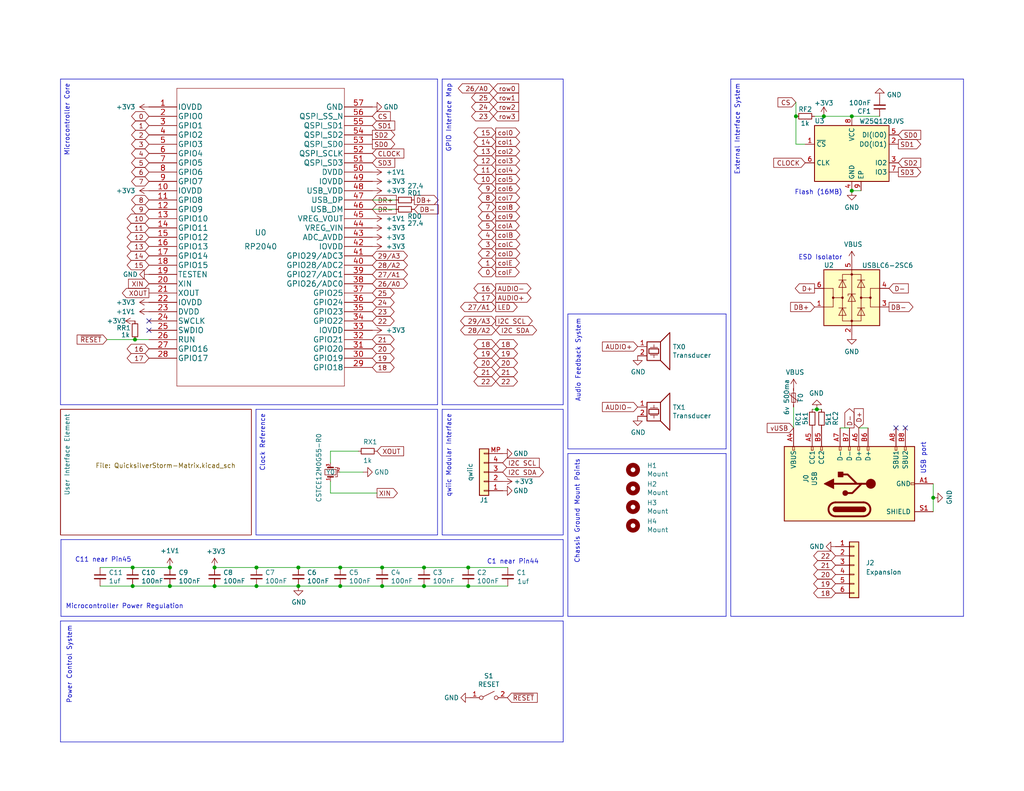
<source format=kicad_sch>
(kicad_sch (version 20230121) (generator eeschema)
  (paper "USLetter")
  (title_block (title "Hard Light") (date "2022-05-20") (rev "Mark 7") (company "Everywhere Defense Industries") (comment 1 "RP2040 main core"))
  (lib_symbols
    (symbol "+3V3_1" (power) (pin_names (offset 0))
      (property "Value" "+3V3_1" (at 0 3.556 0))
      (symbol "+3V3_1_1_1"
        (pin power_in line (at 0 0 90) (length 0) hide (name "+3V3") (number "1"))
      )
    )
    (symbol "Connector_Generic:Conn_01x05" (pin_names (offset 1.016) hide)
      (property "Reference" "J1" (at 0 7.62 0))
      (property "Value" "qwiic" (at -2.54 1.27 90))
      (symbol "Conn_01x05_1_1"
        (pin passive line (at -5.08 5.08 0) (length 3.81) (name "Pin_1") (number "1"))
        (pin passive line (at -5.08 2.54 0) (length 3.81) (name "Pin_2") (number "2"))
        (pin passive line (at -5.08 0 0) (length 3.81) (name "Pin_3") (number "3"))
        (pin passive line (at -5.08 -2.54 0) (length 3.81) (name "Pin_4") (number "4"))
        (pin passive line (at -5.08 -5.08 0) (length 3.81) (name "MP") (number "MP"))
      )
    )
    (symbol "Connector_Generic:Conn_01x06" (pin_names (offset 1.016) hide)
      (property "Reference" "J" (at 0 7.62 0))
      (property "Value" "Conn_01x06" (at 0 -10.16 0))
      (symbol "Conn_01x06_1_1"
        (pin passive line (at -5.08 5.08 0) (length 3.81) (name "Pin_1") (number "1"))
        (pin passive line (at -5.08 2.54 0) (length 3.81) (name "Pin_2") (number "2"))
        (pin passive line (at -5.08 0 0) (length 3.81) (name "Pin_3") (number "3"))
        (pin passive line (at -5.08 -2.54 0) (length 3.81) (name "Pin_4") (number "4"))
        (pin passive line (at -5.08 -5.08 0) (length 3.81) (name "Pin_5") (number "5"))
        (pin passive line (at -5.08 -7.62 0) (length 3.81) (name "Pin_6") (number "6"))
      )
    )
    (symbol "Device:C_Small" (pin_numbers hide) (pin_names (offset 0.254) hide)
      (property "Reference" "C" (at 0.254 1.778 0))
      (property "Value" "Device_C_Small" (at 0.254 -2.032 0))
      (symbol "C_Small_1_1"
        (pin passive line (at 0 2.54 270) (length 2.032) (name "~") (number "1"))
        (pin passive line (at 0 -2.54 90) (length 2.032) (name "~") (number "2"))
      )
    )
    (symbol "Device:Crystal_GND2_Small" (pin_names (offset 1.016) hide)
      (property "Reference" "Y" (at 0 5.08 0))
      (property "Value" "Crystal_GND2_Small" (at 0 3.175 0))
      (symbol "Crystal_GND2_Small_1_1"
        (pin passive line (at -2.54 0 0) (length 1.27) (name "1") (number "1"))
        (pin passive line (at 0 -2.54 90) (length 0.635) (name "2") (number "2"))
        (pin passive line (at 2.54 0 180) (length 1.27) (name "3") (number "3"))
      )
    )
    (symbol "Device:Polyfuse_Small" (pin_numbers hide) (pin_names (offset 0))
      (property "Reference" "F" (at -1.905 0 90))
      (property "Value" "Device_Polyfuse_Small" (at 1.905 0 90))
      (symbol "Polyfuse_Small_1_1"
        (pin passive line (at 0 2.54 270) (length 0.635) (name "~") (number "1"))
        (pin passive line (at 0 -2.54 90) (length 0.635) (name "~") (number "2"))
      )
    )
    (symbol "Device:R_Small" (pin_numbers hide) (pin_names (offset 0.254) hide)
      (property "Reference" "R" (at 0.762 0.508 0))
      (property "Value" "Device_R_Small" (at 0.762 -1.016 0))
      (symbol "R_Small_1_1"
        (pin passive line (at 0 2.54 270) (length 0.762) (name "~") (number "1"))
        (pin passive line (at 0 -2.54 90) (length 0.762) (name "~") (number "2"))
      )
    )
    (symbol "Device:Speaker_Crystal" (pin_names (offset 0) hide)
      (property "Reference" "LS" (at 0.635 5.715 0))
      (property "Value" "Device_Speaker_Crystal" (at 0.635 3.81 0))
      (symbol "Speaker_Crystal_1_1"
        (pin input line (at -5.08 0 0) (length 2.54) (name "1") (number "1"))
        (pin input line (at -5.08 -2.54 0) (length 2.54) (name "2") (number "2"))
      )
    )
    (symbol "GND_1" (power) (pin_names (offset 0))
      (property "Value" "GND_1" (at 0 -3.81 0))
      (symbol "GND_1_1_1"
        (pin power_in line (at 0 0 270) (length 0) hide (name "GND") (number "1"))
      )
    )
    (symbol "HL-Mk2-rescue:USB_C_Receptacle_USB2.0-Connector" (pin_names (offset 1.016))
      (property "Reference" "J" (at -10.16 19.05 0))
      (property "Value" "USB_C_Receptacle_USB2.0-Connector" (at 19.05 19.05 0))
      (symbol "USB_C_Receptacle_USB2.0-Connector_1_1"
        (pin power_in line (at 0 -22.86 90) (length 5.08) (name "GND") (number "A1"))
        (pin passive line (at 0 -22.86 90) (length 5.08) hide (name "GND") (number "A12"))
        (pin power_in line (at 15.24 15.24 180) (length 5.08) (name "VBUS") (number "A4"))
        (pin bidirectional line (at 15.24 10.16 180) (length 5.08) (name "CC1") (number "A5"))
        (pin bidirectional line (at 15.24 -2.54 180) (length 5.08) (name "D+") (number "A6"))
        (pin bidirectional line (at 15.24 2.54 180) (length 5.08) (name "D-") (number "A7"))
        (pin bidirectional line (at 15.24 -12.7 180) (length 5.08) (name "SBU1") (number "A8"))
        (pin passive line (at 15.24 15.24 180) (length 5.08) hide (name "VBUS") (number "A9"))
        (pin passive line (at 0 -22.86 90) (length 5.08) hide (name "GND") (number "B1"))
        (pin passive line (at 0 -22.86 90) (length 5.08) hide (name "GND") (number "B12"))
        (pin passive line (at 15.24 15.24 180) (length 5.08) hide (name "VBUS") (number "B4"))
        (pin bidirectional line (at 15.24 7.62 180) (length 5.08) (name "CC2") (number "B5"))
        (pin bidirectional line (at 15.24 -5.08 180) (length 5.08) (name "D+") (number "B6"))
        (pin bidirectional line (at 15.24 0 180) (length 5.08) (name "D-") (number "B7"))
        (pin bidirectional line (at 15.24 -15.24 180) (length 5.08) (name "SBU2") (number "B8"))
        (pin passive line (at 15.24 15.24 180) (length 5.08) hide (name "VBUS") (number "B9"))
        (pin passive line (at -7.62 -22.86 90) (length 5.08) (name "SHIELD") (number "S1"))
      )
    )
    (symbol "Mechanical:MountingHole" (pin_names (offset 1.016))
      (property "Reference" "H" (at 0 5.08 0))
      (property "Value" "MountingHole" (at 0 3.175 0))
    )
    (symbol "Memory_Flash:W25Q32JVZP"
      (property "Reference" "U" (at -8.89 8.89 0))
      (property "Value" "W25Q32JVZP" (at 7.62 8.89 0))
      (symbol "W25Q32JVZP_1_1"
        (pin input line (at -12.7 2.54 0) (length 2.54) (name "~{CS}") (number "1"))
        (pin bidirectional line (at 12.7 2.54 180) (length 2.54) (name "DO(IO1)") (number "2"))
        (pin bidirectional line (at 12.7 -2.54 180) (length 2.54) (name "IO2") (number "3"))
        (pin power_in line (at 0 -10.16 90) (length 2.54) (name "GND") (number "4"))
        (pin bidirectional line (at 12.7 5.08 180) (length 2.54) (name "DI(IO0)") (number "5"))
        (pin input line (at -12.7 -2.54 0) (length 2.54) (name "CLK") (number "6"))
        (pin bidirectional line (at 12.7 -5.08 180) (length 2.54) (name "IO3") (number "7"))
        (pin power_in line (at 0 10.16 270) (length 2.54) (name "VCC") (number "8"))
        (pin passive line (at 2.54 -10.16 90) (length 2.54) (name "EP") (number "9"))
      )
    )
    (symbol "Power_Protection:USBLC6-2SC6" (pin_names hide)
      (property "Reference" "U" (at 2.54 8.89 0))
      (property "Value" "USBLC6-2SC6" (at 2.54 -8.89 0))
      (symbol "USBLC6-2SC6_1_1"
        (pin passive line (at -10.16 -2.54 0) (length 2.54) (name "I/O1") (number "1"))
        (pin passive line (at 0 -10.16 90) (length 2.54) (name "GND") (number "2"))
        (pin passive line (at 10.16 -2.54 180) (length 2.54) (name "I/O2") (number "3"))
        (pin passive line (at 10.16 2.54 180) (length 2.54) (name "I/O2") (number "4"))
        (pin passive line (at 0 10.16 270) (length 2.54) (name "VBUS") (number "5"))
        (pin passive line (at -10.16 2.54 0) (length 2.54) (name "I/O1") (number "6"))
      )
    )
    (symbol "RP2040:RP2040" (pin_names (offset 0.254))
      (property "Reference" "U" (at 30.48 10.16 0))
      (property "Value" "RP2040" (at 30.48 7.62 0))
      (symbol "RP2040_1_1"
        (pin power_in line (at 0 0 0) (length 7.62) (name "IOVDD") (number "1"))
        (pin power_in line (at 0 -22.86 0) (length 7.62) (name "IOVDD") (number "10"))
        (pin bidirectional line (at 0 -25.4 0) (length 7.62) (name "GPIO8") (number "11"))
        (pin bidirectional line (at 0 -27.94 0) (length 7.62) (name "GPIO9") (number "12"))
        (pin bidirectional line (at 0 -30.48 0) (length 7.62) (name "GPIO10") (number "13"))
        (pin bidirectional line (at 0 -33.02 0) (length 7.62) (name "GPIO11") (number "14"))
        (pin bidirectional line (at 0 -35.56 0) (length 7.62) (name "GPIO12") (number "15"))
        (pin bidirectional line (at 0 -38.1 0) (length 7.62) (name "GPIO13") (number "16"))
        (pin bidirectional line (at 0 -40.64 0) (length 7.62) (name "GPIO14") (number "17"))
        (pin bidirectional line (at 0 -43.18 0) (length 7.62) (name "GPIO15") (number "18"))
        (pin unspecified line (at 0 -45.72 0) (length 7.62) (name "TESTEN") (number "19"))
        (pin bidirectional line (at 0 -2.54 0) (length 7.62) (name "GPIO0") (number "2"))
        (pin unspecified line (at 0 -48.26 0) (length 7.62) (name "XIN") (number "20"))
        (pin output line (at 0 -50.8 0) (length 7.62) (name "XOUT") (number "21"))
        (pin power_in line (at 0 -53.34 0) (length 7.62) (name "IOVDD") (number "22"))
        (pin power_in line (at 0 -55.88 0) (length 7.62) (name "DVDD") (number "23"))
        (pin unspecified line (at 0 -58.42 0) (length 7.62) (name "SWCLK") (number "24"))
        (pin unspecified line (at 0 -60.96 0) (length 7.62) (name "SWDIO") (number "25"))
        (pin unspecified line (at 0 -63.5 0) (length 7.62) (name "RUN") (number "26"))
        (pin bidirectional line (at 0 -66.04 0) (length 7.62) (name "GPIO16") (number "27"))
        (pin bidirectional line (at 0 -68.58 0) (length 7.62) (name "GPIO17") (number "28"))
        (pin bidirectional line (at 60.96 -71.12 180) (length 7.62) (name "GPIO18") (number "29"))
        (pin bidirectional line (at 0 -5.08 0) (length 7.62) (name "GPIO1") (number "3"))
        (pin bidirectional line (at 60.96 -68.58 180) (length 7.62) (name "GPIO19") (number "30"))
        (pin bidirectional line (at 60.96 -66.04 180) (length 7.62) (name "GPIO20") (number "31"))
        (pin bidirectional line (at 60.96 -63.5 180) (length 7.62) (name "GPIO21") (number "32"))
        (pin power_in line (at 60.96 -60.96 180) (length 7.62) (name "IOVDD") (number "33"))
        (pin bidirectional line (at 60.96 -58.42 180) (length 7.62) (name "GPIO22") (number "34"))
        (pin bidirectional line (at 60.96 -55.88 180) (length 7.62) (name "GPIO23") (number "35"))
        (pin bidirectional line (at 60.96 -53.34 180) (length 7.62) (name "GPIO24") (number "36"))
        (pin bidirectional line (at 60.96 -50.8 180) (length 7.62) (name "GPIO25") (number "37"))
        (pin bidirectional line (at 60.96 -48.26 180) (length 7.62) (name "GPIO26/ADC0") (number "38"))
        (pin bidirectional line (at 60.96 -45.72 180) (length 7.62) (name "GPIO27/ADC1") (number "39"))
        (pin bidirectional line (at 0 -7.62 0) (length 7.62) (name "GPIO2") (number "4"))
        (pin bidirectional line (at 60.96 -43.18 180) (length 7.62) (name "GPIO28/ADC2") (number "40"))
        (pin bidirectional line (at 60.96 -40.64 180) (length 7.62) (name "GPIO29/ADC3") (number "41"))
        (pin power_in line (at 60.96 -38.1 180) (length 7.62) (name "IOVDD") (number "42"))
        (pin power_in line (at 60.96 -35.56 180) (length 7.62) (name "ADC_AVDD") (number "43"))
        (pin unspecified line (at 60.96 -33.02 180) (length 7.62) (name "VREG_VIN") (number "44"))
        (pin output line (at 60.96 -30.48 180) (length 7.62) (name "VREG_VOUT") (number "45"))
        (pin unspecified line (at 60.96 -27.94 180) (length 7.62) (name "USB_DM") (number "46"))
        (pin unspecified line (at 60.96 -25.4 180) (length 7.62) (name "USB_DP") (number "47"))
        (pin power_in line (at 60.96 -22.86 180) (length 7.62) (name "USB_VDD") (number "48"))
        (pin power_in line (at 60.96 -20.32 180) (length 7.62) (name "IOVDD") (number "49"))
        (pin bidirectional line (at 0 -10.16 0) (length 7.62) (name "GPIO3") (number "5"))
        (pin power_in line (at 60.96 -17.78 180) (length 7.62) (name "DVDD") (number "50"))
        (pin bidirectional line (at 60.96 -15.24 180) (length 7.62) (name "QSPI_SD3") (number "51"))
        (pin unspecified line (at 60.96 -12.7 180) (length 7.62) (name "QSPI_SCLK") (number "52"))
        (pin bidirectional line (at 60.96 -10.16 180) (length 7.62) (name "QSPI_SD0") (number "53"))
        (pin bidirectional line (at 60.96 -7.62 180) (length 7.62) (name "QSPI_SD2") (number "54"))
        (pin bidirectional line (at 60.96 -5.08 180) (length 7.62) (name "QSPI_SD1") (number "55"))
        (pin unspecified line (at 60.96 -2.54 180) (length 7.62) (name "QSPI_SS_N") (number "56"))
        (pin power_in line (at 60.96 0 180) (length 7.62) (name "GND") (number "57"))
        (pin bidirectional line (at 0 -12.7 0) (length 7.62) (name "GPIO4") (number "6"))
        (pin bidirectional line (at 0 -15.24 0) (length 7.62) (name "GPIO5") (number "7"))
        (pin bidirectional line (at 0 -17.78 0) (length 7.62) (name "GPIO6") (number "8"))
        (pin bidirectional line (at 0 -20.32 0) (length 7.62) (name "GPIO7") (number "9"))
      )
    )
    (symbol "Switch:SW_SPST" (pin_names (offset 0) hide)
      (property "Reference" "SW" (at 0 3.175 0))
      (property "Value" "Switch_SW_SPST" (at 0 -2.54 0))
      (symbol "SW_SPST_1_1"
        (pin passive line (at -5.08 0 0) (length 2.54) (name "A") (number "1"))
        (pin passive line (at 5.08 0 180) (length 2.54) (name "B") (number "2"))
      )
    )
    (symbol "power:+1V1" (power) (pin_names (offset 0))
      (property "Value" "+1V1" (at 0 3.556 0))
      (symbol "+1V1_1_1"
        (pin power_in line (at 0 0 90) (length 0) hide (name "+1V1") (number "1"))
      )
    )
    (symbol "power:+3V3" (power) (pin_names (offset 0))
      (property "Value" "power_+3V3" (at 0 3.556 0))
      (symbol "+3V3_1_1"
        (pin power_in line (at 0 0 90) (length 0) hide (name "+3V3") (number "1"))
      )
    )
    (symbol "power:GND" (power) (pin_names (offset 0))
      (property "Value" "power_GND" (at 0 -3.81 0))
      (symbol "GND_1_1"
        (pin power_in line (at 0 0 270) (length 0) hide (name "GND") (number "1"))
      )
    )
    (symbol "power:VBUS" (power) (pin_names (offset 0))
      (property "Value" "power_VBUS" (at 0 3.81 0))
      (symbol "VBUS_1_1"
        (pin power_in line (at 0 0 90) (length 0) hide (name "VBUS") (number "1"))
      )
    )
  )
  (junction (at 115.697 160.02))
  (junction (at 232.41 52.07))
  (junction (at 81.407 154.94))
  (junction (at 254.635 135.89))
  (junction (at 127.762 154.94))
  (junction (at 224.79 31.75))
  (junction (at 127.762 160.02))
  (junction (at 58.547 154.94))
  (junction (at 46.355 160.02))
  (junction (at 36.195 160.02))
  (junction (at 58.547 160.02))
  (junction (at 92.837 160.02))
  (junction (at 217.17 31.75))
  (junction (at 104.267 160.02))
  (junction (at 69.977 154.94))
  (junction (at 36.83 92.71))
  (junction (at 222.885 111.76))
  (junction (at 46.355 154.94))
  (junction (at 69.977 160.02))
  (junction (at 81.407 160.02))
  (junction (at 104.267 154.94))
  (junction (at 36.195 154.94))
  (junction (at 115.697 154.94))
  (junction (at 232.41 31.75))
  (junction (at 92.837 154.94))
  (no_connect (at 40.64 87.63))
  (no_connect (at 40.64 90.17))
  (no_connect (at 247.015 116.84))
  (no_connect (at 244.475 116.84))
  (wire (pts (xy 69.977 154.94) (xy 58.547 154.94)))
  (wire (pts (xy 224.79 31.75) (xy 232.41 31.75)))
  (polyline (pts (xy 69.85 111.76) (xy 69.85 146.05)))
  (wire (pts (xy 217.17 39.37) (xy 219.71 39.37)))
  (wire (pts (xy 46.355 160.02) (xy 58.547 160.02)))
  (polyline (pts (xy 154.94 122.555) (xy 198.12 122.555)))
  (wire (pts (xy 92.71 128.905) (xy 99.06 128.905)))
  (polyline (pts (xy 16.51 202.565) (xy 153.67 202.565)))
  (polyline (pts (xy 199.39 21.59) (xy 262.89 21.59)))
  (wire (pts (xy 236.855 116.84) (xy 234.315 116.84)))
  (polyline (pts (xy 119.38 110.49) (xy 16.51 110.49)))
  (polyline (pts (xy 198.12 123.825) (xy 198.12 168.275)))
  (wire (pts (xy 127.762 160.02) (xy 138.557 160.02)))
  (wire (pts (xy 232.41 52.07) (xy 234.95 52.07)))
  (wire (pts (xy 81.407 154.94) (xy 69.977 154.94)))
  (polyline (pts (xy 16.51 21.59) (xy 119.38 21.59)))
  (wire (pts (xy 92.837 154.94) (xy 81.407 154.94)))
  (polyline (pts (xy 120.65 110.49) (xy 153.67 110.49)))
  (polyline (pts (xy 120.65 21.59) (xy 120.65 110.49)))
  (polyline (pts (xy 262.89 168.275) (xy 199.39 168.275)))
  (polyline (pts (xy 153.67 169.545) (xy 153.67 202.565)))
  (wire (pts (xy 115.697 160.02) (xy 127.762 160.02)))
  (wire (pts (xy 222.885 111.76) (xy 221.615 111.76)))
  (polyline (pts (xy 154.94 123.825) (xy 198.12 123.825)))
  (wire (pts (xy 27.305 154.94) (xy 36.195 154.94)))
  (wire (pts (xy 104.267 154.94) (xy 92.837 154.94)))
  (wire (pts (xy 36.195 154.94) (xy 46.355 154.94)))
  (polyline (pts (xy 16.51 169.545) (xy 16.51 202.565)))
  (wire (pts (xy 127.762 154.94) (xy 138.557 154.94)))
  (wire (pts (xy 224.155 111.76) (xy 222.885 111.76)))
  (wire (pts (xy 90.17 134.62) (xy 102.87 134.62)))
  (polyline (pts (xy 16.637 168.275) (xy 16.637 147.32)))
  (wire (pts (xy 36.195 160.02) (xy 46.355 160.02)))
  (polyline (pts (xy 198.12 85.725) (xy 198.12 122.555)))
  (polyline (pts (xy 153.67 21.59) (xy 120.65 21.59)))
  (polyline (pts (xy 154.94 168.275) (xy 154.94 123.825)))
  (wire (pts (xy 222.25 31.75) (xy 224.79 31.75)))
  (polyline (pts (xy 69.85 146.05) (xy 119.38 146.05)))
  (wire (pts (xy 232.41 31.75) (xy 240.03 31.75)))
  (polyline (pts (xy 153.67 168.275) (xy 153.67 147.32)))
  (wire (pts (xy 115.697 154.94) (xy 127.762 154.94)))
  (polyline (pts (xy 198.12 85.725) (xy 154.94 85.725)))
  (polyline (pts (xy 120.65 146.05) (xy 153.67 146.05)))
  (polyline (pts (xy 153.67 111.76) (xy 120.65 111.76)))
  (wire (pts (xy 29.21 92.71) (xy 36.83 92.71)))
  (polyline (pts (xy 153.67 110.49) (xy 153.67 21.59)))
  (wire (pts (xy 104.267 160.02) (xy 92.837 160.02)))
  (wire (pts (xy 36.83 92.71) (xy 40.64 92.71)))
  (wire (pts (xy 231.775 116.84) (xy 229.235 116.84)))
  (wire (pts (xy 90.17 131.445) (xy 90.17 134.62)))
  (wire (pts (xy 217.17 31.75) (xy 217.17 39.37)))
  (wire (pts (xy 115.697 154.94) (xy 104.267 154.94)))
  (wire (pts (xy 216.535 111.125) (xy 216.535 116.84)))
  (polyline (pts (xy 119.38 111.76) (xy 119.38 146.05)))
  (wire (pts (xy 217.17 27.94) (xy 217.17 31.75)))
  (wire (pts (xy 69.977 160.02) (xy 58.547 160.02)))
  (wire (pts (xy 115.697 160.02) (xy 104.267 160.02)))
  (polyline (pts (xy 198.12 168.275) (xy 154.94 168.275)))
  (wire (pts (xy 27.305 160.02) (xy 36.195 160.02)))
  (polyline (pts (xy 16.51 110.49) (xy 16.51 21.59)))
  (wire (pts (xy 101.6 57.15) (xy 107.95 57.15)))
  (polyline (pts (xy 119.38 21.59) (xy 119.38 110.49)))
  (wire (pts (xy 254.635 135.89) (xy 254.635 132.08)))
  (polyline (pts (xy 262.89 21.59) (xy 262.89 168.275)))
  (polyline (pts (xy 154.94 85.725) (xy 154.94 122.555)))
  (wire (pts (xy 90.17 123.19) (xy 90.17 126.365)))
  (polyline (pts (xy 153.67 169.545) (xy 16.51 169.545)))
  (wire (pts (xy 92.837 160.02) (xy 81.407 160.02)))
  (wire (pts (xy 90.17 123.19) (xy 97.79 123.19)))
  (polyline (pts (xy 199.39 168.275) (xy 199.39 21.59)))
  (wire (pts (xy 81.407 160.02) (xy 69.977 160.02)))
  (wire (pts (xy 101.6 54.61) (xy 107.95 54.61)))
  (wire (pts (xy 254.635 139.7) (xy 254.635 135.89)))
  (polyline (pts (xy 153.67 146.05) (xy 153.67 111.76)))
  (polyline (pts (xy 119.38 111.76) (xy 69.85 111.76)))
  (polyline (pts (xy 153.67 147.32) (xy 16.637 147.32)))
  (polyline (pts (xy 120.65 111.76) (xy 120.65 146.05)))
  (polyline (pts (xy 16.637 168.275) (xy 153.67 168.275)))
  (text "ESD Isolator" (at 229.87 71.12 0) (effects (font (size 1.27 1.27)) (justify right bottom)))
  (text "USB port" (at 252.73 129.54 90) (effects (font (size 1.27 1.27)) (justify left bottom)))
  (text "Audio Feedback System" (at 158.496 86.995 90) (effects (font (size 1.27 1.27)) (justify right bottom)))
  (text "Flash (16MB)" (at 229.87 53.34 0) (effects (font (size 1.27 1.27)) (justify right bottom)))
  (text "Microcontroller Core" (at 19.05 22.86 90) (effects (font (size 1.27 1.27)) (justify right bottom)))
  (text "qwiic Modular Interface" (at 123.19 113.03 90) (effects (font (size 1.27 1.27)) (justify right bottom)))
  (text "Chassis Ground Mount Points" (at 158.242 125.349 90) (effects (font (size 1.27 1.27)) (justify right bottom)))
  (text "C11 near Pin45" (at 20.447 153.67 0) (effects (font (size 1.27 1.27)) (justify left bottom)))
  (text "C1 near Pin44" (at 132.842 154.178 0) (effects (font (size 1.27 1.27)) (justify left bottom)))
  (text "Microcontroller Power Regulation" (at 17.907 166.37 0) (effects (font (size 1.27 1.27)) (justify left bottom)))
  (text "Power Control System" (at 19.685 170.815 90) (effects (font (size 1.27 1.27)) (justify right bottom)))
  (text "External Interface System" (at 201.93 22.86 90) (effects (font (size 1.27 1.27)) (justify right bottom)))
  (text "Clock Reference" (at 72.39 113.03 90) (effects (font (size 1.27 1.27)) (justify right bottom)))
  (text "GPIO Interface Map" (at 123.19 22.86 90) (effects (font (size 1.27 1.27)) (justify right bottom)))
  (global_label "vUSB" (shape input) (at 216.535 116.84 180) (property "Intersheetrefs" "${INTERSHEET_REFS}" (effects hide)))
  (global_label "XOUT" (shape input) (at 102.87 123.19 0) (property "Intersheetrefs" "${INTERSHEET_REFS}" (effects hide)))
  (global_label "CS" (shape input) (at 101.6 31.75 0) (property "Intersheetrefs" "${INTERSHEET_REFS}" (effects hide)))
  (global_label "I2C SCL" (shape output) (at 135.255 87.63 0) (property "Intersheetrefs" "${INTERSHEET_REFS}" (effects hide)))
  (global_label "AUDIO+" (shape input) (at 173.99 94.615 180) (property "Intersheetrefs" "${INTERSHEET_REFS}" (effects hide)))
  (global_label "2" (shape bidirectional) (at 135.255 69.215 180) (property "Intersheetrefs" "${INTERSHEET_REFS}" (effects hide)))
  (global_label "col8" (shape output) (at 135.255 56.515 0) (property "Intersheetrefs" "${INTERSHEET_REFS}" (effects hide)))
  (global_label "19" (shape bidirectional) (at 101.6 97.79 0) (property "Intersheetrefs" "${INTERSHEET_REFS}" (effects hide)))
  (global_label "25" (shape bidirectional) (at 134.62 26.67 180) (property "Intersheetrefs" "${INTERSHEET_REFS}" (effects hide)))
  (global_label "col1" (shape output) (at 135.255 38.735 0) (property "Intersheetrefs" "${INTERSHEET_REFS}" (effects hide)))
  (global_label "SD1" (shape output) (at 245.11 39.37 0) (property "Intersheetrefs" "${INTERSHEET_REFS}" (effects hide)))
  (global_label "col0" (shape output) (at 135.255 36.195 0) (property "Intersheetrefs" "${INTERSHEET_REFS}" (effects hide)))
  (global_label "16" (shape bidirectional) (at 135.255 78.74 180) (property "Intersheetrefs" "${INTERSHEET_REFS}" (effects hide)))
  (global_label "I2C SDA" (shape bidirectional) (at 137.16 128.905 0) (property "Intersheetrefs" "${INTERSHEET_REFS}" (effects hide)))
  (global_label "DB-" (shape input) (at 113.03 57.15 0) (property "Intersheetrefs" "${INTERSHEET_REFS}" (effects hide)))
  (global_label "7" (shape bidirectional) (at 135.255 56.515 180) (property "Intersheetrefs" "${INTERSHEET_REFS}" (effects hide)))
  (global_label "19" (shape bidirectional) (at 135.255 96.52 0) (property "Intersheetrefs" "${INTERSHEET_REFS}" (effects hide)))
  (global_label "colF" (shape output) (at 135.255 74.295 0) (property "Intersheetrefs" "${INTERSHEET_REFS}" (effects hide)))
  (global_label "1" (shape bidirectional) (at 135.255 71.755 180) (property "Intersheetrefs" "${INTERSHEET_REFS}" (effects hide)))
  (global_label "D+" (shape output) (at 222.25 78.74 180) (property "Intersheetrefs" "${INTERSHEET_REFS}" (effects hide)))
  (global_label "26{slash}A0" (shape bidirectional) (at 134.62 24.13 180) (property "Intersheetrefs" "${INTERSHEET_REFS}" (effects hide)))
  (global_label "col6" (shape output) (at 135.255 51.435 0) (property "Intersheetrefs" "${INTERSHEET_REFS}" (effects hide)))
  (global_label "colB" (shape output) (at 135.255 64.135 0) (property "Intersheetrefs" "${INTERSHEET_REFS}" (effects hide)))
  (global_label "0" (shape bidirectional) (at 40.64 31.75 180) (property "Intersheetrefs" "${INTERSHEET_REFS}" (effects hide)))
  (global_label "D-" (shape output) (at 231.775 116.84 90) (property "Intersheetrefs" "${INTERSHEET_REFS}" (effects hide)))
  (global_label "20" (shape bidirectional) (at 135.255 99.06 0) (property "Intersheetrefs" "${INTERSHEET_REFS}" (effects hide)))
  (global_label "11" (shape bidirectional) (at 40.64 62.23 180) (property "Intersheetrefs" "${INTERSHEET_REFS}" (effects hide)))
  (global_label "CS" (shape input) (at 217.17 27.94 180) (property "Intersheetrefs" "${INTERSHEET_REFS}" (effects hide)))
  (global_label "24" (shape bidirectional) (at 101.6 82.55 0) (property "Intersheetrefs" "${INTERSHEET_REFS}" (effects hide)))
  (global_label "CLOCK" (shape input) (at 101.6 41.91 0) (property "Intersheetrefs" "${INTERSHEET_REFS}" (effects hide)))
  (global_label "5" (shape bidirectional) (at 135.255 61.595 180) (property "Intersheetrefs" "${INTERSHEET_REFS}" (effects hide)))
  (global_label "25" (shape bidirectional) (at 101.6 80.01 0) (property "Intersheetrefs" "${INTERSHEET_REFS}" (effects hide)))
  (global_label "22" (shape bidirectional) (at 227.965 151.765 180) (property "Intersheetrefs" "${INTERSHEET_REFS}" (effects hide)))
  (global_label "19" (shape bidirectional) (at 227.965 159.385 180) (property "Intersheetrefs" "${INTERSHEET_REFS}" (effects hide)))
  (global_label "AUDIO-" (shape input) (at 173.99 111.125 180) (property "Intersheetrefs" "${INTERSHEET_REFS}" (effects hide)))
  (global_label "SD3" (shape output) (at 245.11 46.99 0) (property "Intersheetrefs" "${INTERSHEET_REFS}" (effects hide)))
  (global_label "20" (shape bidirectional) (at 135.255 99.06 180) (property "Intersheetrefs" "${INTERSHEET_REFS}" (effects hide)))
  (global_label "SD3" (shape input) (at 101.6 44.45 0) (property "Intersheetrefs" "${INTERSHEET_REFS}" (effects hide)))
  (global_label "3" (shape bidirectional) (at 40.64 39.37 180) (property "Intersheetrefs" "${INTERSHEET_REFS}" (effects hide)))
  (global_label "~{RESET}" (shape input) (at 29.21 92.71 180) (property "Intersheetrefs" "${INTERSHEET_REFS}" (effects hide)))
  (global_label "9" (shape bidirectional) (at 135.255 51.435 180) (property "Intersheetrefs" "${INTERSHEET_REFS}" (effects hide)))
  (global_label "12" (shape bidirectional) (at 135.255 43.815 180) (property "Intersheetrefs" "${INTERSHEET_REFS}" (effects hide)))
  (global_label "27{slash}A1" (shape bidirectional) (at 101.6 74.93 0) (property "Intersheetrefs" "${INTERSHEET_REFS}" (effects hide)))
  (global_label "CLOCK" (shape input) (at 219.71 44.45 180) (property "Intersheetrefs" "${INTERSHEET_REFS}" (effects hide)))
  (global_label "24" (shape bidirectional) (at 134.62 29.21 180) (property "Intersheetrefs" "${INTERSHEET_REFS}" (effects hide)))
  (global_label "DB+" (shape input) (at 222.25 83.82 180) (property "Intersheetrefs" "${INTERSHEET_REFS}" (effects hide)))
  (global_label "13" (shape bidirectional) (at 40.64 67.31 180) (property "Intersheetrefs" "${INTERSHEET_REFS}" (effects hide)))
  (global_label "SD1" (shape input) (at 101.6 34.29 0) (property "Intersheetrefs" "${INTERSHEET_REFS}" (effects hide)))
  (global_label "colD" (shape output) (at 135.255 69.215 0) (property "Intersheetrefs" "${INTERSHEET_REFS}" (effects hide)))
  (global_label "21" (shape bidirectional) (at 101.6 92.71 0) (property "Intersheetrefs" "${INTERSHEET_REFS}" (effects hide)))
  (global_label "XIN" (shape input) (at 40.64 77.47 180) (property "Intersheetrefs" "${INTERSHEET_REFS}" (effects hide)))
  (global_label "7" (shape bidirectional) (at 40.64 49.53 180) (property "Intersheetrefs" "${INTERSHEET_REFS}" (effects hide)))
  (global_label "~{RESET}" (shape input) (at 138.43 190.5 0) (property "Intersheetrefs" "${INTERSHEET_REFS}" (effects hide)))
  (global_label "18" (shape bidirectional) (at 135.255 93.98 0) (property "Intersheetrefs" "${INTERSHEET_REFS}" (effects hide)))
  (global_label "28{slash}A2" (shape bidirectional) (at 135.255 90.17 180) (property "Intersheetrefs" "${INTERSHEET_REFS}" (effects hide)))
  (global_label "col2" (shape output) (at 135.255 41.275 0) (property "Intersheetrefs" "${INTERSHEET_REFS}" (effects hide)))
  (global_label "18" (shape bidirectional) (at 135.255 93.98 180) (property "Intersheetrefs" "${INTERSHEET_REFS}" (effects hide)))
  (global_label "2" (shape bidirectional) (at 40.64 36.83 180) (property "Intersheetrefs" "${INTERSHEET_REFS}" (effects hide)))
  (global_label "15" (shape bidirectional) (at 135.255 36.195 180) (property "Intersheetrefs" "${INTERSHEET_REFS}" (effects hide)))
  (global_label "14" (shape bidirectional) (at 40.64 69.85 180) (property "Intersheetrefs" "${INTERSHEET_REFS}" (effects hide)))
  (global_label "15" (shape bidirectional) (at 40.64 72.39 180) (property "Intersheetrefs" "${INTERSHEET_REFS}" (effects hide)))
  (global_label "20" (shape bidirectional) (at 227.965 156.845 180) (property "Intersheetrefs" "${INTERSHEET_REFS}" (effects hide)))
  (global_label "22" (shape bidirectional) (at 135.255 104.14 0) (property "Intersheetrefs" "${INTERSHEET_REFS}" (effects hide)))
  (global_label "SD0" (shape input) (at 245.11 36.83 0) (property "Intersheetrefs" "${INTERSHEET_REFS}" (effects hide)))
  (global_label "D-" (shape input) (at 242.57 78.74 0) (property "Intersheetrefs" "${INTERSHEET_REFS}" (effects hide)))
  (global_label "XIN" (shape output) (at 102.87 134.62 0) (property "Intersheetrefs" "${INTERSHEET_REFS}" (effects hide)))
  (global_label "8" (shape bidirectional) (at 135.255 53.975 180) (property "Intersheetrefs" "${INTERSHEET_REFS}" (effects hide)))
  (global_label "SD0" (shape output) (at 101.6 39.37 0) (property "Intersheetrefs" "${INTERSHEET_REFS}" (effects hide)))
  (global_label "0" (shape bidirectional) (at 135.255 74.295 180) (property "Intersheetrefs" "${INTERSHEET_REFS}" (effects hide)))
  (global_label "18" (shape bidirectional) (at 227.965 161.925 180) (property "Intersheetrefs" "${INTERSHEET_REFS}" (effects hide)))
  (global_label "28{slash}A2" (shape bidirectional) (at 101.6 72.39 0) (property "Intersheetrefs" "${INTERSHEET_REFS}" (effects hide)))
  (global_label "AUDIO-" (shape output) (at 135.255 78.74 0) (property "Intersheetrefs" "${INTERSHEET_REFS}" (effects hide)))
  (global_label "21" (shape bidirectional) (at 227.965 154.305 180) (property "Intersheetrefs" "${INTERSHEET_REFS}" (effects hide)))
  (global_label "26{slash}A0" (shape bidirectional) (at 101.6 77.47 0) (property "Intersheetrefs" "${INTERSHEET_REFS}" (effects hide)))
  (global_label "22" (shape bidirectional) (at 135.255 104.14 180) (property "Intersheetrefs" "${INTERSHEET_REFS}" (effects hide)))
  (global_label "DB+" (shape output) (at 113.03 54.61 0) (property "Intersheetrefs" "${INTERSHEET_REFS}" (effects hide)))
  (global_label "8" (shape bidirectional) (at 40.64 54.61 180) (property "Intersheetrefs" "${INTERSHEET_REFS}" (effects hide)))
  (global_label "9" (shape bidirectional) (at 40.64 57.15 180) (property "Intersheetrefs" "${INTERSHEET_REFS}" (effects hide)))
  (global_label "col9" (shape output) (at 135.255 59.055 0) (property "Intersheetrefs" "${INTERSHEET_REFS}" (effects hide)))
  (global_label "16" (shape bidirectional) (at 40.64 95.25 180) (property "Intersheetrefs" "${INTERSHEET_REFS}" (effects hide)))
  (global_label "col3" (shape output) (at 135.255 43.815 0) (property "Intersheetrefs" "${INTERSHEET_REFS}" (effects hide)))
  (global_label "row2" (shape input) (at 134.62 29.21 0) (property "Intersheetrefs" "${INTERSHEET_REFS}" (effects hide)))
  (global_label "23" (shape bidirectional) (at 101.6 85.09 0) (property "Intersheetrefs" "${INTERSHEET_REFS}" (effects hide)))
  (global_label "17" (shape bidirectional) (at 40.64 97.79 180) (property "Intersheetrefs" "${INTERSHEET_REFS}" (effects hide)))
  (global_label "AUDIO+" (shape output) (at 135.255 81.28 0) (property "Intersheetrefs" "${INTERSHEET_REFS}" (effects hide)))
  (global_label "29{slash}A3" (shape bidirectional) (at 135.255 87.63 180) (property "Intersheetrefs" "${INTERSHEET_REFS}" (effects hide)))
  (global_label "12" (shape bidirectional) (at 40.64 64.77 180) (property "Intersheetrefs" "${INTERSHEET_REFS}" (effects hide)))
  (global_label "colA" (shape output) (at 135.255 61.595 0) (property "Intersheetrefs" "${INTERSHEET_REFS}" (effects hide)))
  (global_label "10" (shape bidirectional) (at 135.255 48.895 180) (property "Intersheetrefs" "${INTERSHEET_REFS}" (effects hide)))
  (global_label "I2C SCL" (shape input) (at 137.16 126.365 0) (property "Intersheetrefs" "${INTERSHEET_REFS}" (effects hide)))
  (global_label "colE" (shape output) (at 135.255 71.755 0) (property "Intersheetrefs" "${INTERSHEET_REFS}" (effects hide)))
  (global_label "6" (shape bidirectional) (at 40.64 46.99 180) (property "Intersheetrefs" "${INTERSHEET_REFS}" (effects hide)))
  (global_label "29{slash}A3" (shape bidirectional) (at 101.6 69.85 0) (property "Intersheetrefs" "${INTERSHEET_REFS}" (effects hide)))
  (global_label "row1" (shape input) (at 134.62 26.67 0) (property "Intersheetrefs" "${INTERSHEET_REFS}" (effects hide)))
  (global_label "col4" (shape output) (at 135.255 46.355 0) (property "Intersheetrefs" "${INTERSHEET_REFS}" (effects hide)))
  (global_label "4" (shape bidirectional) (at 40.64 41.91 180) (property "Intersheetrefs" "${INTERSHEET_REFS}" (effects hide)))
  (global_label "D+" (shape input) (at 234.315 116.84 90) (property "Intersheetrefs" "${INTERSHEET_REFS}" (effects hide)))
  (global_label "SD2" (shape input) (at 245.11 44.45 0) (property "Intersheetrefs" "${INTERSHEET_REFS}" (effects hide)))
  (global_label "row3" (shape input) (at 134.62 31.75 0) (property "Intersheetrefs" "${INTERSHEET_REFS}" (effects hide)))
  (global_label "23" (shape bidirectional) (at 134.62 31.75 180) (property "Intersheetrefs" "${INTERSHEET_REFS}" (effects hide)))
  (global_label "DR+" (shape input) (at 101.6 54.61 0) (property "Intersheetrefs" "${INTERSHEET_REFS}" (effects hide)))
  (global_label "SD2" (shape output) (at 101.6 36.83 0) (property "Intersheetrefs" "${INTERSHEET_REFS}" (effects hide)))
  (global_label "13" (shape bidirectional) (at 135.255 41.275 180) (property "Intersheetrefs" "${INTERSHEET_REFS}" (effects hide)))
  (global_label "27{slash}A1" (shape bidirectional) (at 135.255 83.82 180) (property "Intersheetrefs" "${INTERSHEET_REFS}" (effects hide)))
  (global_label "4" (shape bidirectional) (at 135.255 64.135 180) (property "Intersheetrefs" "${INTERSHEET_REFS}" (effects hide)))
  (global_label "6" (shape bidirectional) (at 135.255 59.055 180) (property "Intersheetrefs" "${INTERSHEET_REFS}" (effects hide)))
  (global_label "11" (shape bidirectional) (at 135.255 46.355 180) (property "Intersheetrefs" "${INTERSHEET_REFS}" (effects hide)))
  (global_label "17" (shape bidirectional) (at 135.255 81.28 180) (property "Intersheetrefs" "${INTERSHEET_REFS}" (effects hide)))
  (global_label "5" (shape bidirectional) (at 40.64 44.45 180) (property "Intersheetrefs" "${INTERSHEET_REFS}" (effects hide)))
  (global_label "I2C SDA" (shape bidirectional) (at 135.255 90.17 0) (property "Intersheetrefs" "${INTERSHEET_REFS}" (effects hide)))
  (global_label "XOUT" (shape output) (at 40.64 80.01 180) (property "Intersheetrefs" "${INTERSHEET_REFS}" (effects hide)))
  (global_label "3" (shape bidirectional) (at 135.255 66.675 180) (property "Intersheetrefs" "${INTERSHEET_REFS}" (effects hide)))
  (global_label "21" (shape bidirectional) (at 135.255 101.6 180) (property "Intersheetrefs" "${INTERSHEET_REFS}" (effects hide)))
  (global_label "col7" (shape output) (at 135.255 53.975 0) (property "Intersheetrefs" "${INTERSHEET_REFS}" (effects hide)))
  (global_label "col5" (shape output) (at 135.255 48.895 0) (property "Intersheetrefs" "${INTERSHEET_REFS}" (effects hide)))
  (global_label "colC" (shape output) (at 135.255 66.675 0) (property "Intersheetrefs" "${INTERSHEET_REFS}" (effects hide)))
  (global_label "19" (shape bidirectional) (at 135.255 96.52 180) (property "Intersheetrefs" "${INTERSHEET_REFS}" (effects hide)))
  (global_label "DR-" (shape input) (at 101.6 57.15 0) (property "Intersheetrefs" "${INTERSHEET_REFS}" (effects hide)))
  (global_label "18" (shape bidirectional) (at 101.6 100.33 0) (property "Intersheetrefs" "${INTERSHEET_REFS}" (effects hide)))
  (global_label "LED" (shape output) (at 135.255 83.82 0) (property "Intersheetrefs" "${INTERSHEET_REFS}" (effects hide)))
  (global_label "20" (shape bidirectional) (at 101.6 95.25 0) (property "Intersheetrefs" "${INTERSHEET_REFS}" (effects hide)))
  (global_label "10" (shape bidirectional) (at 40.64 59.69 180) (property "Intersheetrefs" "${INTERSHEET_REFS}" (effects hide)))
  (global_label "1" (shape bidirectional) (at 40.64 34.29 180) (property "Intersheetrefs" "${INTERSHEET_REFS}" (effects hide)))
  (global_label "14" (shape bidirectional) (at 135.255 38.735 180) (property "Intersheetrefs" "${INTERSHEET_REFS}" (effects hide)))
  (global_label "22" (shape bidirectional) (at 101.6 87.63 0) (property "Intersheetrefs" "${INTERSHEET_REFS}" (effects hide)))
  (global_label "DB-" (shape output) (at 242.57 83.82 0) (property "Intersheetrefs" "${INTERSHEET_REFS}" (effects hide)))
  (global_label "row0" (shape input) (at 134.62 24.13 0) (property "Intersheetrefs" "${INTERSHEET_REFS}" (effects hide)))
  (global_label "21" (shape bidirectional) (at 135.255 101.6 0) (property "Intersheetrefs" "${INTERSHEET_REFS}" (effects hide)))
  (symbol (lib_id "power:GND") (at 40.64 74.93 270) (unit 1)
    (property "Reference" "#PWR0102" (effects hide))
    (property "Value" "GND" (at 35.56 74.93 90))
  )
  (symbol (lib_id "Device:C_Small") (at 138.557 157.48 0) (unit 1)
    (property "Reference" "C1" (at 140.8938 156.3116 0) (effects (justify left)))
    (property "Value" "1uf" (at 141.097 158.75 0) (effects (justify left)))
    (property "Footprint" "EDI:Passive_0402_1005Metric" (effects hide))
    (property "LCSC" "C52923" (effects hide))
  )
  (symbol (lib_id "Device:C_Small") (at 115.697 157.48 0) (unit 1)
    (property "Reference" "C3" (at 118.0338 156.3116 0) (effects (justify left)))
    (property "Value" "100nF" (at 118.0338 158.623 0) (effects (justify left)))
    (property "Footprint" "EDI:Passive_0402_1005Metric" (effects hide))
    (property "LCSC" "C1525" (effects hide))
  )
  (symbol (lib_id "Device:C_Small") (at 104.267 157.48 0) (unit 1)
    (property "Reference" "C4" (at 106.6038 156.3116 0) (effects (justify left)))
    (property "Value" "100nF" (at 106.6038 158.623 0) (effects (justify left)))
    (property "Footprint" "EDI:Passive_0402_1005Metric" (effects hide))
    (property "LCSC" "C1525" (effects hide))
  )
  (symbol (lib_id "power:GND") (at 81.407 160.02 0) (unit 1)
    (property "Reference" "#PWR0104" (effects hide))
    (property "Value" "GND" (at 81.534 164.4142 0))
  )
  (symbol (lib_id "HL-Mk2-rescue:USB_C_Receptacle_USB2.0-Connector") (at 231.775 132.08 90) (unit 1)
    (property "Reference" "J0" (at 219.9132 130.683 0))
    (property "Value" "USB" (at 222.2246 130.683 0))
    (property "Footprint" "Connector_USB:USB_C_Receptacle_HRO_TYPE-C-31-M-12" (effects hide))
    (property "LCSC" "C167321" (effects hide))
  )
  (symbol (lib_id "power:GND") (at 254.635 135.89 90) (unit 1)
    (property "Reference" "#PWR0108" (effects hide))
    (property "Value" "GND" (at 259.0292 135.763 0))
  )
  (symbol (lib_id "power:VBUS") (at 216.535 106.045 0) (unit 1)
    (property "Reference" "#PWR0109" (effects hide))
    (property "Value" "VBUS" (at 216.916 101.6508 0))
  )
  (symbol (lib_id "Mechanical:MountingHole") (at 172.72 128.27 270) (unit 1)
    (property "Reference" "H1" (at 176.53 127.1016 90) (effects (justify left)))
    (property "Value" "Mount" (at 176.53 129.413 90) (effects (justify left)))
    (property "Footprint" "MountingHole:MountingHole_3.2mm_M3" (effects hide))
  )
  (symbol (lib_id "Mechanical:MountingHole") (at 172.72 133.35 270) (unit 1)
    (property "Reference" "H2" (at 176.53 132.1816 90) (effects (justify left)))
    (property "Value" "Mount" (at 176.53 134.493 90) (effects (justify left)))
    (property "Footprint" "MountingHole:MountingHole_3.2mm_M3" (effects hide))
  )
  (symbol (lib_id "Mechanical:MountingHole") (at 172.72 138.43 270) (unit 1)
    (property "Reference" "H3" (at 176.53 137.2616 90) (effects (justify left)))
    (property "Value" "Mount" (at 176.53 139.573 90) (effects (justify left)))
    (property "Footprint" "MountingHole:MountingHole_3.2mm_M3" (effects hide))
  )
  (symbol (lib_id "Mechanical:MountingHole") (at 172.72 143.51 270) (unit 1)
    (property "Reference" "H4" (at 176.53 142.3416 90) (effects (justify left)))
    (property "Value" "Mount" (at 176.53 144.653 90) (effects (justify left)))
    (property "Footprint" "MountingHole:MountingHole_3.2mm_M3" (effects hide))
  )
  (symbol (lib_id "Device:C_Small") (at 92.837 157.48 0) (unit 1)
    (property "Reference" "C5" (at 95.1738 156.3116 0) (effects (justify left)))
    (property "Value" "100nF" (at 95.1738 158.623 0) (effects (justify left)))
    (property "Footprint" "EDI:Passive_0402_1005Metric" (effects hide))
    (property "LCSC" "C1525" (effects hide))
  )
  (symbol (lib_id "Device:R_Small") (at 224.155 114.3 0) (unit 1)
    (property "Reference" "RC2" (at 227.965 116.205 90) (effects (justify left)))
    (property "Value" "5k1" (at 226.06 116.205 90) (effects (justify left)))
    (property "Footprint" "EDI:Passive_0402_1005Metric" (effects hide))
    (property "LCSC" "C25905" (effects hide))
  )
  (symbol (lib_id "Device:R_Small") (at 221.615 114.3 180) (unit 1)
    (property "Reference" "RC1" (at 217.805 112.395 90) (effects (justify left)))
    (property "Value" "5k1" (at 219.71 112.395 90) (effects (justify left)))
    (property "Footprint" "EDI:Passive_0402_1005Metric" (effects hide))
    (property "LCSC" "C25905" (effects hide))
  )
  (symbol (lib_id "power:GND") (at 222.885 111.76 180) (unit 1)
    (property "Reference" "#PWR0113" (effects hide))
    (property "Value" "GND" (at 222.758 107.3658 0))
  )
  (symbol (lib_id "power:+3V3") (at 58.547 154.94 0) (unit 1)
    (property "Reference" "#PWR0103" (effects hide))
    (property "Value" "+3V3" (at 58.928 150.5458 0))
  )
  (symbol (lib_id "Device:Speaker_Crystal") (at 179.07 94.615 0) (unit 1)
    (property "Reference" "TX0" (at 183.515 94.7166 0) (effects (justify left)))
    (property "Value" "Transducer" (at 183.515 97.028 0) (effects (justify left)))
    (property "Footprint" "Buzzer_Beeper:Buzzer_CUI_CPT-9019S-SMT" (effects hide))
    (property "LCSC" "C391035" (effects hide))
  )
  (symbol (lib_id "power:GND") (at 173.99 97.155 0) (unit 1)
    (property "Reference" "#PWR0115" (effects hide))
    (property "Value" "GND" (at 174.117 101.5492 0))
  )
  (symbol (lib_id "Device:Speaker_Crystal") (at 179.07 111.125 0) (unit 1)
    (property "Reference" "TX1" (at 183.515 111.2266 0) (effects (justify left)))
    (property "Value" "Transducer" (at 183.515 113.538 0) (effects (justify left)))
    (property "Footprint" "Buzzer_Beeper:Buzzer_CUI_CPT-9019S-SMT" (effects hide))
    (property "LCSC" "C391035" (effects hide))
  )
  (symbol (lib_id "power:GND") (at 173.99 113.665 0) (unit 1)
    (property "Reference" "#PWR0119" (effects hide))
    (property "Value" "GND" (at 174.117 118.0592 0))
  )
  (symbol (lib_id "Device:Polyfuse_Small") (at 216.535 108.585 180) (unit 1)
    (property "Reference" "F0" (at 218.44 107.315 90) (effects (justify left)))
    (property "Value" "6v 500ma" (at 214.63 103.505 90) (effects (justify left)))
    (property "Footprint" "Fuse:Fuse_0402_1005Metric" (effects hide))
    (property "LCSC" "C206938" (effects hide))
  )
  (symbol (lib_id "power:+3V3") (at 101.6 64.77 270) (unit 1)
    (property "Reference" "#PWR0111" (effects hide))
    (property "Value" "+3V3" (at 107.95 64.77 90))
  )
  (symbol (lib_id "Device:C_Small") (at 69.977 157.48 0) (unit 1)
    (property "Reference" "C7" (at 72.3138 156.3116 0) (effects (justify left)))
    (property "Value" "100nF" (at 72.3138 158.623 0) (effects (justify left)))
    (property "Footprint" "EDI:Passive_0402_1005Metric" (effects hide))
    (property "LCSC" "C1525" (effects hide))
  )
  (symbol (lib_id "Connector_Generic:Conn_01x05") (at 132.08 128.905 180) (unit 1)
    (property "Reference" "J1" (at 132.08 136.525 0))
    (property "Value" "qwiic" (at 128.27 128.905 90))
    (property "Footprint" "Connector_JST:JST_SH_SM04B-SRSS-TB_1x04-1MP_P1.00mm_Horizontal" (effects hide))
    (property "LCSC" "C145956" (effects hide))
  )
  (symbol (lib_id "power:VBUS") (at 232.41 71.12 0) (unit 1)
    (property "Reference" "#PWR09" (effects hide))
    (property "Value" "VBUS" (at 232.791 66.7258 0))
  )
  (symbol (lib_id "Device:Crystal_GND2_Small") (at 90.17 128.905 90) (unit 1)
    (property "Reference" "Y0" (at 91.44 128.905 90) (effects (justify left)))
    (property "Value" "CSTCE12M0G55-R0" (at 86.995 137.16 0) (effects (justify left)))
    (property "Footprint" "Crystal:Resonator_SMD_Murata_CSTxExxV-3Pin_3.0x1.1mm" (effects hide))
    (property "LCSC" "C91581" (effects hide))
  )
  (symbol (lib_id "power:GND") (at 101.6 29.21 90) (unit 1)
    (property "Reference" "#PWR03" (effects hide))
    (property "Value" "GND" (at 106.68 29.21 90))
  )
  (symbol (lib_id "power:GND") (at 128.27 190.5 270) (unit 1)
    (property "Reference" "#PWR0127" (effects hide))
    (property "Value" "GND" (at 123.19 190.5 90))
  )
  (symbol (lib_id "Device:R_Small") (at 110.49 57.15 270) (unit 1)
    (property "Reference" "RD0" (at 111.125 59.055 90) (effects (justify left)))
    (property "Value" "27.4" (at 111.125 60.96 90) (effects (justify left)))
    (property "Footprint" "EDI:Passive_0402_1005Metric" (effects hide))
    (property "LCSC" "C172043" (effects hide))
  )
  (symbol (lib_id "power:GND") (at 99.06 128.905 90) (unit 1)
    (property "Reference" "#PWR0101" (effects hide))
    (property "Value" "GND" (at 104.14 128.905 90))
  )
  (symbol (lib_id "Device:C_Small") (at 27.305 157.48 0) (unit 1)
    (property "Reference" "C11" (at 29.6418 156.3116 0) (effects (justify left)))
    (property "Value" "1uf" (at 29.6418 158.623 0) (effects (justify left)))
    (property "Footprint" "EDI:Passive_0402_1005Metric" (effects hide))
    (property "LCSC" "C52923" (effects hide))
  )
  (symbol (lib_id "power:+3V3") (at 101.6 52.07 270) (unit 1)
    (property "Reference" "#PWR0124" (effects hide))
    (property "Value" "+3V3" (at 107.95 52.07 90))
  )
  (symbol (lib_id "power:+3V3") (at 101.6 67.31 270) (unit 1)
    (property "Reference" "#PWR0112" (effects hide))
    (property "Value" "+3V3" (at 107.95 67.31 90))
  )
  (symbol (lib_id "Power_Protection:USBLC6-2SC6") (at 232.41 81.28 0) (unit 1)
    (property "Reference" "U2" (at 224.79 72.39 0) (effects (justify left)))
    (property "Value" "USBLC6-2SC6" (at 235.1787 72.4686 0) (effects (justify left)))
    (property "Footprint" "Package_TO_SOT_SMD:SOT-23-6" (effects hide))
    (property "Datasheet" "https://www.st.com/resource/en/datasheet/usblc6-2.pdf" (effects hide))
    (property "LCSC" "C2827654" (effects hide))
  )
  (symbol (lib_id "Switch:SW_SPST") (at 133.35 190.5 0) (unit 1)
    (property "Reference" "S1" (at 133.35 184.531 0))
    (property "Value" "RESET" (at 133.35 186.8424 0))
    (property "Footprint" "Button_Switch_SMD:SW_SPST_SKQG_WithoutStem" (effects hide))
    (property "LCSC" "C139779" (effects hide))
  )
  (symbol (lib_id "power:+3V3") (at 40.64 29.21 90) (unit 1)
    (property "Reference" "#PWR0120" (effects hide))
    (property "Value" "+3V3" (at 34.29 29.21 90))
  )
  (symbol (lib_id "Device:C_Small") (at 46.355 157.48 0) (unit 1)
    (property "Reference" "C9" (at 48.6918 156.3116 0) (effects (justify left)))
    (property "Value" "100nF" (at 48.6918 158.623 0) (effects (justify left)))
    (property "Footprint" "EDI:Passive_0402_1005Metric" (effects hide))
    (property "LCSC" "C1525" (effects hide))
  )
  (symbol (lib_id "Device:R_Small") (at 219.71 31.75 270) (unit 1)
    (property "Reference" "RF2" (at 217.805 29.845 90) (effects (justify left)))
    (property "Value" "1k" (at 218.44 33.655 90) (effects (justify left)))
    (property "Footprint" "EDI:Passive_0402_1005Metric" (effects hide))
    (property "LCSC" "C25905" (effects hide))
  )
  (symbol (lib_id "power:+1V1") (at 40.64 85.09 90) (unit 1)
    (property "Reference" "#PWR0118" (effects hide))
    (property "Value" "+1V1" (at 34.29 85.09 90))
  )
  (symbol (lib_id "power:+3V3") (at 40.64 52.07 90) (unit 1)
    (property "Reference" "#PWR0122" (effects hide))
    (property "Value" "+3V3" (at 34.29 52.07 90))
  )
  (symbol (lib_name "GND_1") (lib_id "power:GND") (at 240.03 26.67 180) (unit 1)
    (property "Reference" "#PWR04" (effects hide))
    (property "Value" "GND" (at 241.935 25.879 0) (effects (justify right)))
  )
  (symbol (lib_id "Device:R_Small") (at 36.83 90.17 0) (unit 1)
    (property "Reference" "RR1" (at 31.75 89.535 0) (effects (justify left)))
    (property "Value" "1k" (at 33.02 91.44 0) (effects (justify left)))
    (property "Footprint" "EDI:Passive_0402_1005Metric" (effects hide))
    (property "LCSC" "C25905" (effects hide))
  )
  (symbol (lib_id "power:+3V3") (at 36.83 87.63 90) (unit 1)
    (property "Reference" "#PWR010" (effects hide))
    (property "Value" "+3V3" (at 31.75 87.63 90))
  )
  (symbol (lib_id "Device:C_Small") (at 81.407 157.48 0) (unit 1)
    (property "Reference" "C6" (at 83.7438 156.3116 0) (effects (justify left)))
    (property "Value" "100nF" (at 83.7438 158.623 0) (effects (justify left)))
    (property "Footprint" "EDI:Passive_0402_1005Metric" (effects hide))
    (property "LCSC" "C1525" (effects hide))
  )
  (symbol (lib_id "power:+3V3") (at 101.6 49.53 270) (unit 1)
    (property "Reference" "#PWR0125" (effects hide))
    (property "Value" "+3V3" (at 107.95 49.53 90))
  )
  (symbol (lib_id "power:+3V3") (at 137.16 131.445 270) (unit 1)
    (property "Reference" "#PWR0130" (effects hide))
    (property "Value" "+3V3" (at 142.875 131.445 90))
  )
  (symbol (lib_id "power:GND") (at 227.965 149.225 270) (unit 1)
    (property "Reference" "#PWR014" (effects hide))
    (property "Value" "GND" (at 222.885 149.225 90))
  )
  (symbol (lib_id "Memory_Flash:W25Q32JVZP") (at 232.41 41.91 0) (unit 1)
    (property "Reference" "U3" (at 222.25 33.02 0) (effects (justify left)))
    (property "Value" "W25Q128JVS" (at 234.4294 33.0986 0) (effects (justify left)))
    (property "Footprint" "Package_SON:WSON-8-1EP_6x5mm_P1.27mm_EP3.4x4.3mm" (effects hide))
    (property "Datasheet" "http://www.winbond.com/resource-files/w25q32jv%20revg%2003272018%20plus.pdf" (effects hide))
    (property "LCSC" "C190862" (effects hide))
  )
  (symbol (lib_name "GND_1") (lib_id "power:GND") (at 137.16 123.825 90) (unit 1)
    (property "Reference" "#PWR0117" (effects hide))
    (property "Value" "GND" (at 144.145 123.825 90) (effects (justify left)))
  )
  (symbol (lib_name "GND_1") (lib_id "power:GND") (at 137.16 133.985 90) (unit 1)
    (property "Reference" "#PWR0131" (effects hide))
    (property "Value" "GND" (at 144.145 133.985 90) (effects (justify left)))
  )
  (symbol (lib_id "power:+3V3") (at 101.6 62.23 270) (unit 1)
    (property "Reference" "#PWR0110" (effects hide))
    (property "Value" "+3V3" (at 107.95 62.23 90))
  )
  (symbol (lib_name "GND_1") (lib_id "power:GND") (at 232.41 91.44 0) (unit 1)
    (property "Reference" "#PWR011" (effects hide))
    (property "Value" "GND" (at 232.41 96.0025 0))
  )
  (symbol (lib_name "+3V3_1") (lib_id "power:+3V3") (at 224.79 31.75 0) (unit 1)
    (property "Reference" "#PWR05" (effects hide))
    (property "Value" "+3V3" (at 224.79 28.1455 0))
  )
  (symbol (lib_id "RP2040:RP2040") (at 40.64 29.21 0) (unit 1)
    (property "Reference" "U0" (at 71.12 63.5 0) (effects (font (size 1.524 1.524))))
    (property "Value" "RP2040" (at 71.12 67.31 0) (effects (font (size 1.524 1.524))))
    (property "Footprint" "Package_DFN_QFN:QFN-56-1EP_7x7mm_P0.4mm_EP5.6x5.6mm_ThermalVias" (effects hide))
    (property "LCSC" "C2040" (effects hide))
  )
  (symbol (lib_id "power:+1V1") (at 46.355 154.94 0) (unit 1)
    (property "Reference" "#PWR013" (effects hide))
    (property "Value" "+1V1" (at 46.355 150.3775 0))
  )
  (symbol (lib_id "Device:R_Small") (at 100.33 123.19 270) (unit 1)
    (property "Reference" "RX1" (at 99.06 120.65 90) (effects (justify left)))
    (property "Value" "1k" (at 99.06 125.73 90) (effects (justify left)))
    (property "Footprint" "EDI:Passive_0402_1005Metric" (effects hide))
    (property "LCSC" "C25905" (effects hide))
  )
  (symbol (lib_id "Device:C_Small") (at 36.195 157.48 0) (unit 1)
    (property "Reference" "C10" (at 38.5318 156.3116 0) (effects (justify left)))
    (property "Value" "100nF" (at 38.5318 158.623 0) (effects (justify left)))
    (property "Footprint" "EDI:Passive_0402_1005Metric" (effects hide))
    (property "LCSC" "C1525" (effects hide))
  )
  (symbol (lib_id "Device:C_Small") (at 127.762 157.48 0) (unit 1)
    (property "Reference" "C2" (at 130.0988 156.3116 0) (effects (justify left)))
    (property "Value" "100nF" (at 130.0988 158.623 0) (effects (justify left)))
    (property "Footprint" "EDI:Passive_0402_1005Metric" (effects hide))
    (property "LCSC" "C1525" (effects hide))
  )
  (symbol (lib_name "GND_1") (lib_id "power:GND") (at 232.41 52.07 0) (unit 1)
    (property "Reference" "#PWR07" (effects hide))
    (property "Value" "GND" (at 232.41 56.6325 0))
  )
  (symbol (lib_id "Device:C_Small") (at 240.03 29.21 180) (unit 1)
    (property "Reference" "CF1" (at 237.6932 30.3784 0) (effects (justify left)))
    (property "Value" "100nF" (at 237.6932 28.067 0) (effects (justify left)))
    (property "Footprint" "EDI:Passive_0402_1005Metric" (effects hide))
    (property "LCSC" "C1525" (effects hide))
  )
  (symbol (lib_id "power:+3V3") (at 101.6 90.17 270) (unit 1)
    (property "Reference" "#PWR0116" (effects hide))
    (property "Value" "+3V3" (at 107.95 90.17 90))
  )
  (symbol (lib_id "power:+3V3") (at 40.64 82.55 90) (unit 1)
    (property "Reference" "#PWR0121" (effects hide))
    (property "Value" "+3V3" (at 34.29 82.55 90))
  )
  (symbol (lib_id "power:+1V1") (at 101.6 46.99 270) (unit 1)
    (property "Reference" "#PWR0114" (effects hide))
    (property "Value" "+1V1" (at 107.95 46.99 90))
  )
  (symbol (lib_id "Device:R_Small") (at 110.49 54.61 270) (unit 1)
    (property "Reference" "RD1" (at 111.125 52.705 90) (effects (justify left)))
    (property "Value" "27.4" (at 111.125 50.8 90) (effects (justify left)))
    (property "Footprint" "EDI:Passive_0402_1005Metric" (effects hide))
    (property "LCSC" "C172043" (effects hide))
  )
  (symbol (lib_id "Device:C_Small") (at 58.547 157.48 0) (unit 1)
    (property "Reference" "C8" (at 60.8838 156.3116 0) (effects (justify left)))
    (property "Value" "100nF" (at 60.8838 158.623 0) (effects (justify left)))
    (property "Footprint" "EDI:Passive_0402_1005Metric" (effects hide))
    (property "LCSC" "C1525" (effects hide))
  )
  (symbol (lib_id "Connector_Generic:Conn_01x06") (at 233.045 154.305 0) (unit 1)
    (property "Reference" "J2" (at 236.22 153.67 0) (effects (justify left)))
    (property "Value" "Expansion" (at 236.22 156.21 0) (effects (justify left)))
    (property "Footprint" "Connector_PinHeader_2.54mm:PinHeader_1x06_P2.54mm_Vertical" (effects hide))
  )
  (symbol (lib_id "power:+1V1") (at 101.6 59.69 270) (unit 1)
    (property "Reference" "#PWR0123" (effects hide))
    (property "Value" "+1V1" (at 107.95 59.69 90))
  )
  (sheet (at 16.51 111.76) (size 52.07 34.29) (stroke (width 0.1524))
    (property "Sheetname" "User Interface Element" (at 19.05 135.255 90) (effects (justify left bottom)))
    (property "Sheetfile" "QuicksilverStorm-Matrix.kicad_sch" (at 26.035 126.365 0) (effects (justify left top)))
  )
)
</source>
